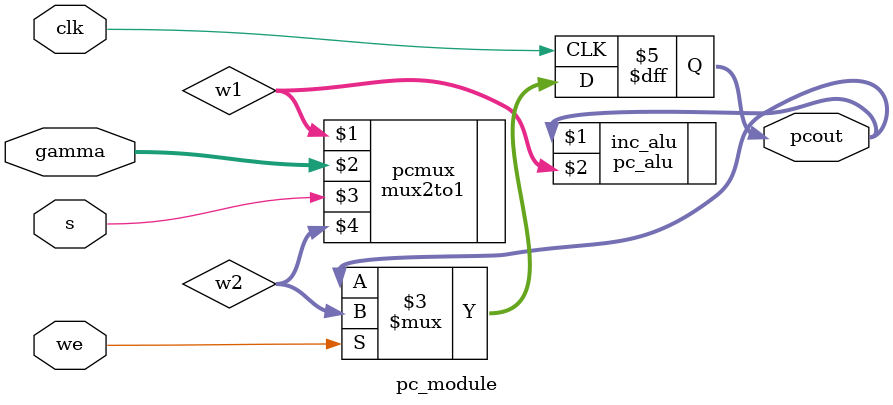
<source format=v>
module pc_module 
	#(parameter width = 6)
	(
		input [width-1:0] gamma,
		input clk, 
		input s, we,
		output reg [width-1:0] pcout 
	);

	wire [width-1:0] w1;
	wire [width-1:0] w2;

	mux2to1 #(width) pcmux (w1, gamma, s, w2);
	pc_alu inc_alu(pcout, w1);
	
	initial pcout = 0;
	always @(posedge clk)
	 	if (we) pcout <= w2;
		 //s==1 => PC INC
endmodule

</source>
